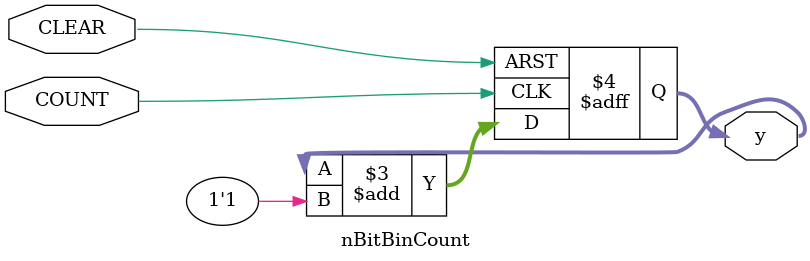
<source format=sv>
module nBitBinCount #(parameter N = 4) (
  input COUNT, CLEAR,
  output logic [N-1:0] y // y is defined as a register
);
  always_ff @ (posedge COUNT, negedge CLEAR)
    if (CLEAR==1'b0) y <= 0; // y is loaded with all 0's
    else y <= y + 1'b1; // y is incremented
endmodule
</source>
